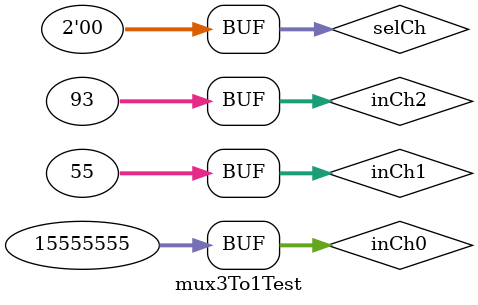
<source format=v>
module mux3To1 (input [1:0]selCh, input [31:0] inCh0, input [31:0] inCh1, input [31:0] inCh2, output [31:0] selData);

	assign selData = selCh == 2'b00 ? inCh0 : 
                     	 selCh == 2'b01 ? inCh1 :
			 selCh == 2'b10 ? inCh2 : 32'bx;

endmodule

module mux3To1_5bits (input [1:0]selCh, input [4:0] inCh0, input [4:0] inCh1, input [4:0] inCh2, output [4:0] selData);

	assign selData = selCh == 2'b00 ? inCh0 : 
                     	 selCh == 2'b01 ? inCh1 :
			 selCh == 2'b10 ? inCh2 : 32'bx;

endmodule

module mux3To1Test;
reg [1:0]selCh; reg [31:0] inCh0; reg [31:0] inCh1; reg [31:0] inCh2; wire [31:0] selData;
initial
begin
$monitor("out of mux=%d",selData);
#10
inCh0=100;
inCh1=55;
inCh2=93;
selCh=0;
#10
selCh=1;
#10
selCh=2;
#10
selCh=3;
#10
inCh0=15555555;
selCh=0;
end

mux3To1 mux1 (selCh, inCh0, inCh1, inCh2, selData);
endmodule
</source>
